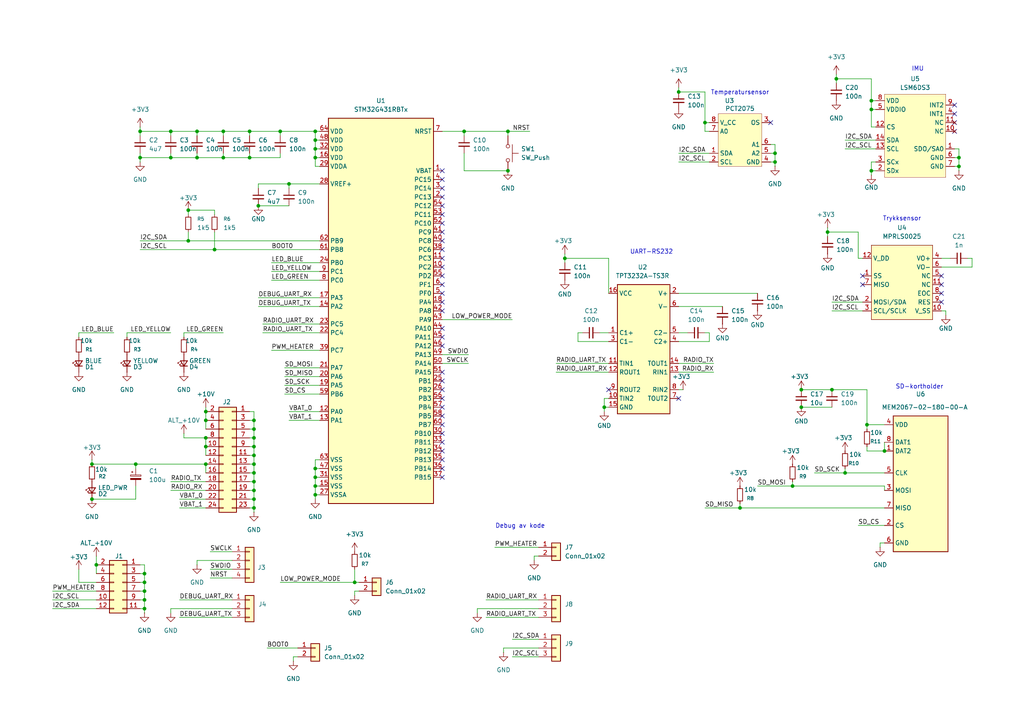
<source format=kicad_sch>
(kicad_sch (version 20250114) (generator "eeschema") (generator_version "9.0")
  (paper "A4")
  (title_block (title "so_26_obc_pcb") (date "2026-01-28") (rev "1") (company "Regine Angermo Birkely"))
  (lib_symbols
    (symbol "Connector_Generic:Conn_01x02" (pin_names (offset 1.016) (hide yes))
      (property "Reference" "J" (at 0 2.54 0))
      (property "Value" "Conn_01x02" (at 0 -5.08 0))
      (symbol "Conn_01x02_1_1"
        (pin passive line (at -5.08 0 0) (length 3.81) (name "Pin_1") (number "1"))
        (pin passive line (at -5.08 -2.54 0) (length 3.81) (name "Pin_2") (number "2"))
      )
    )
    (symbol "Connector_Generic:Conn_01x03" (pin_names (offset 1.016) (hide yes))
      (property "Reference" "J" (at 0 5.08 0))
      (property "Value" "Conn_01x03" (at 0 -5.08 0))
      (symbol "Conn_01x03_1_1"
        (pin passive line (at -5.08 2.54 0) (length 3.81) (name "Pin_1") (number "1"))
        (pin passive line (at -5.08 0 0) (length 3.81) (name "Pin_2") (number "2"))
        (pin passive line (at -5.08 -2.54 0) (length 3.81) (name "Pin_3") (number "3"))
      )
    )
    (symbol "Connector_Generic:Conn_01x04" (pin_names (offset 1.016) (hide yes))
      (property "Reference" "J" (at 0 5.08 0))
      (property "Value" "Conn_01x04" (at 0 -7.62 0))
      (symbol "Conn_01x04_1_1"
        (pin passive line (at -5.08 2.54 0) (length 3.81) (name "Pin_1") (number "1"))
        (pin passive line (at -5.08 0 0) (length 3.81) (name "Pin_2") (number "2"))
        (pin passive line (at -5.08 -2.54 0) (length 3.81) (name "Pin_3") (number "3"))
        (pin passive line (at -5.08 -5.08 0) (length 3.81) (name "Pin_4") (number "4"))
      )
    )
    (symbol "Connector_Generic:Conn_02x06_Odd_Even" (pin_names (offset 1.016) (hide yes))
      (property "Reference" "J" (at 1.27 7.62 0))
      (property "Value" "Conn_02x06_Odd_Even" (at 1.27 -10.16 0))
      (symbol "Conn_02x06_Odd_Even_1_1"
        (pin passive line (at -5.08 5.08 0) (length 3.81) (name "Pin_1") (number "1"))
        (pin passive line (at -5.08 2.54 0) (length 3.81) (name "Pin_3") (number "3"))
        (pin passive line (at -5.08 0 0) (length 3.81) (name "Pin_5") (number "5"))
        (pin passive line (at -5.08 -2.54 0) (length 3.81) (name "Pin_7") (number "7"))
        (pin passive line (at -5.08 -5.08 0) (length 3.81) (name "Pin_9") (number "9"))
        (pin passive line (at -5.08 -7.62 0) (length 3.81) (name "Pin_11") (number "11"))
        (pin passive line (at 7.62 5.08 180) (length 3.81) (name "Pin_2") (number "2"))
        (pin passive line (at 7.62 2.54 180) (length 3.81) (name "Pin_4") (number "4"))
        (pin passive line (at 7.62 0 180) (length 3.81) (name "Pin_6") (number "6"))
        (pin passive line (at 7.62 -2.54 180) (length 3.81) (name "Pin_8") (number "8"))
        (pin passive line (at 7.62 -5.08 180) (length 3.81) (name "Pin_10") (number "10"))
        (pin passive line (at 7.62 -7.62 180) (length 3.81) (name "Pin_12") (number "12"))
      )
    )
    (symbol "Connector_Generic:Conn_02x12_Odd_Even" (pin_names (offset 1.016) (hide yes))
      (property "Reference" "J" (at 1.27 15.24 0))
      (property "Value" "Conn_02x12_Odd_Even" (at 1.27 -17.78 0))
      (symbol "Conn_02x12_Odd_Even_1_1"
        (pin passive line (at -5.08 12.7 0) (length 3.81) (name "Pin_1") (number "1"))
        (pin passive line (at -5.08 10.16 0) (length 3.81) (name "Pin_3") (number "3"))
        (pin passive line (at -5.08 7.62 0) (length 3.81) (name "Pin_5") (number "5"))
        (pin passive line (at -5.08 5.08 0) (length 3.81) (name "Pin_7") (number "7"))
        (pin passive line (at -5.08 2.54 0) (length 3.81) (name "Pin_9") (number "9"))
        (pin passive line (at -5.08 0 0) (length 3.81) (name "Pin_11") (number "11"))
        (pin passive line (at -5.08 -2.54 0) (length 3.81) (name "Pin_13") (number "13"))
        (pin passive line (at -5.08 -5.08 0) (length 3.81) (name "Pin_15") (number "15"))
        (pin passive line (at -5.08 -7.62 0) (length 3.81) (name "Pin_17") (number "17"))
        (pin passive line (at -5.08 -10.16 0) (length 3.81) (name "Pin_19") (number "19"))
        (pin passive line (at -5.08 -12.7 0) (length 3.81) (name "Pin_21") (number "21"))
        (pin passive line (at -5.08 -15.24 0) (length 3.81) (name "Pin_23") (number "23"))
        (pin passive line (at 7.62 12.7 180) (length 3.81) (name "Pin_2") (number "2"))
        (pin passive line (at 7.62 10.16 180) (length 3.81) (name "Pin_4") (number "4"))
        (pin passive line (at 7.62 7.62 180) (length 3.81) (name "Pin_6") (number "6"))
        (pin passive line (at 7.62 5.08 180) (length 3.81) (name "Pin_8") (number "8"))
        (pin passive line (at 7.62 2.54 180) (length 3.81) (name "Pin_10") (number "10"))
        (pin passive line (at 7.62 0 180) (length 3.81) (name "Pin_12") (number "12"))
        (pin passive line (at 7.62 -2.54 180) (length 3.81) (name "Pin_14") (number "14"))
        (pin passive line (at 7.62 -5.08 180) (length 3.81) (name "Pin_16") (number "16"))
        (pin passive line (at 7.62 -7.62 180) (length 3.81) (name "Pin_18") (number "18"))
        (pin passive line (at 7.62 -10.16 180) (length 3.81) (name "Pin_20") (number "20"))
        (pin passive line (at 7.62 -12.7 180) (length 3.81) (name "Pin_22") (number "22"))
        (pin passive line (at 7.62 -15.24 180) (length 3.81) (name "Pin_24") (number "24"))
      )
    )
    (symbol "Device:C_Polarized_Small" (pin_numbers (hide yes)) (pin_names (offset 0.254) (hide yes))
      (property "Reference" "C" (at 0.254 1.778 0))
      (property "Value" "C_Polarized_Small" (at 0.254 -2.032 0))
      (symbol "C_Polarized_Small_1_1"
        (pin passive line (at 0 2.54 270) (length 1.8542) (name "~") (number "1"))
        (pin passive line (at 0 -2.54 90) (length 1.8542) (name "~") (number "2"))
      )
    )
    (symbol "Device:C_Small" (pin_numbers (hide yes)) (pin_names (offset 0.254) (hide yes))
      (property "Reference" "C" (at 0.254 1.778 0))
      (property "Value" "C_Small" (at 0.254 -2.032 0))
      (symbol "C_Small_1_1"
        (pin passive line (at 0 2.54 270) (length 2.032) (name "~") (number "1"))
        (pin passive line (at 0 -2.54 90) (length 2.032) (name "~") (number "2"))
      )
    )
    (symbol "Device:LED_Small" (pin_numbers (hide yes)) (pin_names (offset 0.254) (hide yes))
      (property "Reference" "D" (at -1.27 3.175 0))
      (property "Value" "LED_Small" (at -4.445 -2.54 0))
      (symbol "LED_Small_1_1"
        (pin passive line (at -2.54 0 0) (length 1.778) (name "K") (number "1"))
        (pin passive line (at 2.54 0 180) (length 1.778) (name "A") (number "2"))
      )
    )
    (symbol "Device:R_Small" (pin_numbers (hide yes)) (pin_names (offset 0.254) (hide yes))
      (property "Reference" "R" (at 0 0 90))
      (property "Value" "R_Small" (at 1.778 0 90))
      (symbol "R_Small_1_1"
        (pin passive line (at 0 2.54 270) (length 0.762) (name "~") (number "1"))
        (pin passive line (at 0 -2.54 90) (length 0.762) (name "~") (number "2"))
      )
    )
    (symbol "MCU_ST_STM32G4:STM32G431RBTx"
      (property "Reference" "U1" (at 0 50.8 0))
      (property "Value" "STM32G431RBTx" (at 0 48.26 0))
      (symbol "STM32G431RBTx_1_1"
        (pin power_in line (at -17.78 41.91 0) (length 2.54) (name "VDD") (number "64"))
        (pin power_in line (at -17.78 39.37 0) (length 2.54) (name "VDD") (number "48"))
        (pin power_in line (at -17.78 36.83 0) (length 2.54) (name "VDD") (number "32"))
        (pin power_in line (at -17.78 34.29 0) (length 2.54) (name "VDD") (number "16"))
        (pin power_in line (at -17.78 31.75 0) (length 2.54) (name "VDDA") (number "29"))
        (pin input line (at -17.78 26.67 0) (length 2.54) (name "VREF+") (number "28"))
        (pin bidirectional line (at -17.78 10.16 0) (length 2.54) (name "PB9") (number "62"))
        (pin bidirectional line (at -17.78 7.62 0) (length 2.54) (name "PB8") (number "61"))
        (pin bidirectional line (at -17.78 3.81 0) (length 2.54) (name "PB0") (number "24"))
        (pin bidirectional line (at -17.78 1.27 0) (length 2.54) (name "PC1") (number "9"))
        (pin bidirectional line (at -17.78 -1.27 0) (length 2.54) (name "PC0") (number "8"))
        (pin bidirectional line (at -17.78 -6.35 0) (length 2.54) (name "PA3") (number "17"))
        (pin bidirectional line (at -17.78 -8.89 0) (length 2.54) (name "PA2") (number "14"))
        (pin bidirectional line (at -17.78 -13.97 0) (length 2.54) (name "PC5") (number "23"))
        (pin bidirectional line (at -17.78 -16.51 0) (length 2.54) (name "PC4") (number "22"))
        (pin bidirectional line (at -17.78 -21.59 0) (length 2.54) (name "PC7") (number "39"))
        (pin bidirectional line (at -17.78 -26.67 0) (length 2.54) (name "PA7") (number "21"))
        (pin bidirectional line (at -17.78 -29.21 0) (length 2.54) (name "PA6") (number "20"))
        (pin bidirectional line (at -17.78 -31.75 0) (length 2.54) (name "PA5") (number "19"))
        (pin bidirectional line (at -17.78 -34.29 0) (length 2.54) (name "PB6") (number "59"))
        (pin bidirectional line (at -17.78 -39.37 0) (length 2.54) (name "PA0") (number "12"))
        (pin bidirectional line (at -17.78 -41.91 0) (length 2.54) (name "PA1") (number "13"))
        (pin passive line (at -17.78 -53.34 0) (length 2.54) (name "VSS") (number "63"))
        (pin passive line (at -17.78 -55.88 0) (length 2.54) (name "VSS") (number "47"))
        (pin passive line (at -17.78 -58.42 0) (length 2.54) (name "VSS") (number "31"))
        (pin power_in line (at -17.78 -60.96 0) (length 2.54) (name "VSS") (number "15"))
        (pin power_in line (at -17.78 -63.5 0) (length 2.54) (name "VSSA") (number "27"))
        (pin bidirectional line (at 17.78 41.91 180) (length 2.54) (name "NRST") (number "7"))
        (pin power_in line (at 17.78 30.48 180) (length 2.54) (name "VBAT") (number "1"))
        (pin bidirectional line (at 17.78 27.94 180) (length 2.54) (name "PC15") (number "4"))
        (pin bidirectional line (at 17.78 25.4 180) (length 2.54) (name "PC14") (number "3"))
        (pin bidirectional line (at 17.78 22.86 180) (length 2.54) (name "PC13") (number "2"))
        (pin bidirectional line (at 17.78 20.32 180) (length 2.54) (name "PC12") (number "54"))
        (pin bidirectional line (at 17.78 17.78 180) (length 2.54) (name "PC11") (number "53"))
        (pin bidirectional line (at 17.78 15.24 180) (length 2.54) (name "PC10") (number "52"))
        (pin bidirectional line (at 17.78 12.7 180) (length 2.54) (name "PC9") (number "41"))
        (pin bidirectional line (at 17.78 10.16 180) (length 2.54) (name "PC8") (number "40"))
        (pin bidirectional line (at 17.78 7.62 180) (length 2.54) (name "PC6") (number "38"))
        (pin bidirectional line (at 17.78 5.08 180) (length 2.54) (name "PC3") (number "11"))
        (pin bidirectional line (at 17.78 2.54 180) (length 2.54) (name "PC2") (number "10"))
        (pin bidirectional line (at 17.78 0 180) (length 2.54) (name "PD2") (number "55"))
        (pin bidirectional line (at 17.78 -2.54 180) (length 2.54) (name "PF1") (number "6"))
        (pin bidirectional line (at 17.78 -5.08 180) (length 2.54) (name "PF0") (number "5"))
        (pin bidirectional line (at 17.78 -7.62 180) (length 2.54) (name "PA4") (number "18"))
        (pin bidirectional line (at 17.78 -10.16 180) (length 2.54) (name "PA8") (number "42"))
        (pin bidirectional line (at 17.78 -12.7 180) (length 2.54) (name "PA9") (number "43"))
        (pin bidirectional line (at 17.78 -15.24 180) (length 2.54) (name "PA10") (number "44"))
        (pin bidirectional line (at 17.78 -17.78 180) (length 2.54) (name "PA11") (number "45"))
        (pin bidirectional line (at 17.78 -20.32 180) (length 2.54) (name "PA12") (number "46"))
        (pin bidirectional line (at 17.78 -22.86 180) (length 2.54) (name "PA13") (number "49"))
        (pin bidirectional line (at 17.78 -25.4 180) (length 2.54) (name "PA14") (number "50"))
        (pin bidirectional line (at 17.78 -27.94 180) (length 2.54) (name "PA15") (number "51"))
        (pin bidirectional line (at 17.78 -30.48 180) (length 2.54) (name "PB1") (number "25"))
        (pin bidirectional line (at 17.78 -33.02 180) (length 2.54) (name "PB2") (number "26"))
        (pin bidirectional line (at 17.78 -35.56 180) (length 2.54) (name "PB3") (number "56"))
        (pin bidirectional line (at 17.78 -38.1 180) (length 2.54) (name "PB4") (number "57"))
        (pin bidirectional line (at 17.78 -40.64 180) (length 2.54) (name "PB5") (number "58"))
        (pin bidirectional line (at 17.78 -43.18 180) (length 2.54) (name "PB7") (number "60"))
        (pin bidirectional line (at 17.78 -45.72 180) (length 2.54) (name "PB10") (number "30"))
        (pin bidirectional line (at 17.78 -48.26 180) (length 2.54) (name "PB11") (number "33"))
        (pin bidirectional line (at 17.78 -50.8 180) (length 2.54) (name "PB12") (number "34"))
        (pin bidirectional line (at 17.78 -53.34 180) (length 2.54) (name "PB13") (number "35"))
        (pin bidirectional line (at 17.78 -55.88 180) (length 2.54) (name "PB14") (number "36"))
        (pin bidirectional line (at 17.78 -58.42 180) (length 2.54) (name "PB15") (number "37"))
      )
    )
    (symbol "Switch:SW_Push" (pin_numbers (hide yes)) (pin_names (offset 1.016) (hide yes))
      (property "Reference" "SW" (at 1.27 2.54 0))
      (property "Value" "SW_Push" (at 0 -1.524 0))
      (symbol "SW_Push_0_1"
        (pin passive line (at -5.08 0 0) (length 2.54) (name "1") (number "1"))
        (pin passive line (at 5.08 0 180) (length 2.54) (name "2") (number "2"))
      )
    )
    (symbol "Temp_symbol_library:PCT2075"
      (property "Reference" "U2" (at -5.588 18.288 0))
      (property "Value" "PCT2075" (at -2.54 16.51 0))
      (symbol "PCT2075_1_1"
        (pin power_in line (at -11.43 11.43 0) (length 2.54) (name "V_CC") (number "8"))
        (pin input line (at -11.43 8.89 0) (length 2.54) (name "A0") (number "7"))
        (pin input line (at -11.43 2.54 0) (length 2.54) (name "SDA") (number "1"))
        (pin input line (at -11.43 0 0) (length 2.54) (name "SCL") (number "2"))
        (pin input line (at 6.35 11.43 180) (length 2.54) (name "OS") (number "3"))
        (pin input line (at 6.35 5.08 180) (length 2.54) (name "A1") (number "6"))
        (pin input line (at 6.35 2.54 180) (length 2.54) (name "A2") (number "5"))
        (pin input line (at 6.35 0 180) (length 2.54) (name "GND") (number "4"))
      )
    )
    (symbol "power:+10V" (power) (pin_numbers (hide yes)) (pin_names (offset 0) (hide yes))
      (property "Value" "+10V" (at 0 3.556 0))
      (symbol "+10V_1_1"
        (pin power_in line (at 0 0 90) (length 0) (name "~") (number "1"))
      )
    )
    (symbol "power:+3V3" (power) (pin_numbers (hide yes)) (pin_names (offset 0) (hide yes))
      (property "Value" "+3V3" (at 0 3.556 0))
      (symbol "+3V3_1_1"
        (pin power_in line (at 0 0 90) (length 0) (name "~") (number "1"))
      )
    )
    (symbol "power:GND" (power) (pin_numbers (hide yes)) (pin_names (offset 0) (hide yes))
      (property "Value" "GND" (at 0 -3.81 0))
      (symbol "GND_1_1"
        (pin power_in line (at 0 0 270) (length 0) (name "~") (number "1"))
      )
    )
    (symbol "so_26_obc_library: MPRLS0025PA00002A "
      (property "Reference" "U3" (at 10.16 27.94 0))
      (property "Value" "MPRLS0025" (at 10.16 25.4 0))
      (symbol " MPRLS0025PA00002A _1_0"
        (pin power_in line (at -1.27 19.05 0) (length 2.54) (name "V_DD") (number "12"))
        (pin input line (at -1.27 11.43 0) (length 2.54) (name "MISO") (number "7"))
        (pin input line (at -1.27 6.35 0) (length 2.54) (name "MOSI/SDA") (number "2"))
        (pin input line (at -1.27 3.81 0) (length 2.54) (name "SCL/SCLK") (number "3"))
        (pin output line (at 21.59 19.05 180) (length 2.54) (name "VO+") (number "4"))
        (pin output line (at 21.59 16.51 180) (length 2.54) (name "VO-") (number "6"))
        (pin output line (at 21.59 13.97 180) (length 2.54) (name "NC") (number "5"))
        (pin output line (at 21.59 11.43 180) (length 2.54) (name "NC") (number "11"))
        (pin input line (at 21.59 8.89 180) (length 2.54) (name "EOC") (number "8"))
        (pin output line (at 21.59 6.35 180) (length 2.54) (name "RES") (number "9"))
        (pin output line (at 21.59 3.81 180) (length 2.54) (name "V_SS") (number "10"))
      )
      (symbol " MPRLS0025PA00002A _1_1"
        (pin input line (at -1.27 13.97 0) (length 2.54) (name "SS") (number "1"))
      )
    )
    (symbol "so_26_obc_library:LSM6DS3TR"
      (property "Reference" "U4" (at -3.81 -7.62 0))
      (property "Value" "LSM6DS3" (at -3.81 -10.16 0))
      (symbol "LSM6DS3TR_0_0"
        (pin power_in line (at -15.24 -13.97 0) (length 2.54) (name "VDD") (number "8"))
        (pin power_in line (at -15.24 -16.51 0) (length 2.54) (name "VDDIO") (number "5"))
        (pin input line (at -15.24 -21.59 0) (length 2.54) (name "CS") (number "12"))
        (pin bidirectional line (at -15.24 -25.4 0) (length 2.54) (name "SDA") (number "14"))
        (pin input line (at -15.24 -27.94 0) (length 2.54) (name "SCL") (number "13"))
        (pin input line (at -15.24 -31.75 0) (length 2.54) (name "SCx") (number "3"))
        (pin input line (at -15.24 -34.29 0) (length 2.54) (name "SDx") (number "2"))
        (pin output line (at 7.62 -15.24 180) (length 2.54) (name "INT2") (number "9"))
        (pin output line (at 7.62 -17.78 180) (length 2.54) (name "INT1") (number "4"))
        (pin no_connect line (at 7.62 -20.32 180) (length 2.54) (name "NC") (number "11"))
        (pin no_connect line (at 7.62 -22.86 180) (length 2.54) (name "NC") (number "10"))
        (pin bidirectional line (at 7.62 -27.94 180) (length 2.54) (name "SDO/SA0") (number "1"))
        (pin power_in line (at 7.62 -30.48 180) (length 2.54) (name "GND") (number "6"))
        (pin power_in line (at 7.62 -33.02 180) (length 2.54) (name "GND") (number "7"))
      )
    )
    (symbol "so_26_obc_library:MEM2067-02-180-00-A"
      (property "Reference" "U5" (at -22.5425 33.02 0))
      (property "Value" "MEM2067-02-180-00-A" (at -21.336 29.21 0))
      (symbol "MEM2067-02-180-00-A_1_0"
        (pin input line (at -33.02 24.13 0) (length 2.54) (name "VDD") (number "4"))
        (pin input line (at -33.02 19.05 0) (length 2.54) (name "DAT1") (number "8"))
        (pin input line (at -33.02 10.16 0) (length 2.54) (name "CLK") (number "5"))
        (pin input line (at -33.02 5.08 0) (length 2.54) (name "MOSI") (number "3"))
        (pin input line (at -33.02 0 0) (length 2.54) (name "MISO") (number "7"))
        (pin input line (at -33.02 -5.08 0) (length 2.54) (name "CS") (number "2"))
        (pin input line (at -33.02 -10.16 0) (length 2.54) (name "GND") (number "6"))
      )
      (symbol "MEM2067-02-180-00-A_1_1"
        (pin input line (at -33.02 16.51 0) (length 2.54) (name "DAT2") (number "1"))
      )
    )
    (symbol "so_26_obc_library:TPT3232A-TS3R"
      (property "Reference" "U9" (at 9.8425 99.06 0))
      (property "Value" "~" (at 9.8425 96.52 0))
      (symbol "TPT3232A-TS3R_1_0"
        (pin power_in line (at 0 91.44 0) (length 2.54) (name "VCC") (number "16"))
        (pin input line (at 0 77.47 0) (length 2.54) (name "C1-") (number "3"))
        (pin input line (at 0 71.12 0) (length 2.54) (name "TIN1") (number "11"))
        (pin output line (at 0 68.58 0) (length 2.54) (name "ROUT1") (number "12"))
        (pin output line (at 0 63.5 0) (length 2.54) (name "ROUT2") (number "9"))
        (pin input line (at 0 60.96 0) (length 2.54) (name "TIN2") (number "10"))
        (pin output line (at 0 58.42 0) (length 2.54) (name "GND") (number "15"))
        (pin output line (at 20.32 91.44 180) (length 2.54) (name "V+") (number "2"))
        (pin output line (at 20.32 87.63 180) (length 2.54) (name "V-") (number "6"))
        (pin input line (at 20.32 80.01 180) (length 2.54) (name "C2-") (number "5"))
        (pin input line (at 20.32 77.47 180) (length 2.54) (name "C2+") (number "4"))
        (pin output line (at 20.32 71.12 180) (length 2.54) (name "TOUT1") (number "14"))
        (pin input line (at 20.32 68.58 180) (length 2.54) (name "RIN1") (number "13"))
        (pin input line (at 20.32 63.5 180) (length 2.54) (name "RIN2") (number "8"))
        (pin output line (at 20.32 60.96 180) (length 2.54) (name "TOUT2") (number "7"))
      )
      (symbol "TPT3232A-TS3R_1_1"
        (pin input line (at 0 80.01 0) (length 2.54) (name "C1+") (number "1"))
      )
    )
  )
  (text "Trykksensor" (at 261.62 63.5 0) (effects (font (size 1.27 1.27))))
  (text "Temperatursensor" (at 214.63 26.924 0) (effects (font (size 1.27 1.27))))
  (text "UART-RS232" (at 188.976 73.152 0) (effects (font (size 1.27 1.27))))
  (text "IMU" (at 266.192 20.066 0) (effects (font (size 1.27 1.27))))
  (text "SD-kortholder" (at 266.7 112.268 0) (effects (font (size 1.27 1.27))))
  (text "Debug av kode" (at 150.876 152.654 0) (effects (font (size 1.27 1.27))))
  (junction (at 62.23 72.39))
  (junction (at 27.94 163.83))
  (junction (at 59.69 121.92))
  (junction (at 147.32 49.53))
  (junction (at 41.91 171.45))
  (junction (at 72.39 45.72))
  (junction (at 242.57 22.86))
  (junction (at 59.69 129.54))
  (junction (at 57.15 38.1))
  (junction (at 54.61 69.85))
  (junction (at 73.66 134.62))
  (junction (at 73.66 142.24))
  (junction (at 224.79 44.45))
  (junction (at 40.64 45.72))
  (junction (at 40.64 38.1))
  (junction (at 256.54 130.81))
  (junction (at 204.47 35.56))
  (junction (at 64.77 38.1))
  (junction (at 163.83 74.93))
  (junction (at 81.28 38.1))
  (junction (at 91.44 45.72))
  (junction (at 54.61 60.96))
  (junction (at 26.67 144.78))
  (junction (at 73.66 144.78))
  (junction (at 73.66 121.92))
  (junction (at 278.13 45.72))
  (junction (at 72.39 38.1))
  (junction (at 196.85 26.67))
  (junction (at 91.44 135.89))
  (junction (at 59.69 127))
  (junction (at 91.44 38.1))
  (junction (at 59.69 134.62))
  (junction (at 251.46 123.19))
  (junction (at 49.53 38.1))
  (junction (at 73.66 129.54))
  (junction (at 147.32 38.1))
  (junction (at 240.03 67.31))
  (junction (at 214.63 147.32))
  (junction (at 59.69 119.38))
  (junction (at 41.91 173.99))
  (junction (at 41.91 168.91))
  (junction (at 73.66 132.08))
  (junction (at 73.66 147.32))
  (junction (at 102.87 168.91))
  (junction (at 74.93 59.69))
  (junction (at 73.66 139.7))
  (junction (at 252.73 49.53))
  (junction (at 229.87 140.97))
  (junction (at 73.66 124.46))
  (junction (at 41.91 176.53))
  (junction (at 26.67 134.62))
  (junction (at 245.11 137.16))
  (junction (at 278.13 48.26))
  (junction (at 91.44 140.97))
  (junction (at 73.66 127))
  (junction (at 73.66 137.16))
  (junction (at 232.41 118.11))
  (junction (at 39.37 134.62))
  (junction (at 91.44 43.18))
  (junction (at 134.62 38.1))
  (junction (at 57.15 45.72))
  (junction (at 83.82 53.34))
  (junction (at 224.79 46.99))
  (junction (at 41.91 166.37))
  (junction (at 252.73 31.75))
  (junction (at 175.26 118.11))
  (junction (at 64.77 45.72))
  (junction (at 232.41 113.03))
  (junction (at 91.44 143.51))
  (junction (at 49.53 45.72))
  (junction (at 241.3 113.03))
  (junction (at 252.73 29.21))
  (junction (at 91.44 40.64))
  (junction (at 91.44 138.43))
  (no_connect (at 128.27 87.63))
  (no_connect (at 196.85 115.57))
  (no_connect (at 128.27 72.39))
  (no_connect (at 273.05 82.55))
  (no_connect (at 128.27 59.69))
  (no_connect (at 273.05 85.09))
  (no_connect (at 250.19 80.01))
  (no_connect (at 128.27 123.19))
  (no_connect (at 128.27 120.65))
  (no_connect (at 276.86 33.02))
  (no_connect (at 128.27 125.73))
  (no_connect (at 276.86 35.56))
  (no_connect (at 128.27 82.55))
  (no_connect (at 128.27 107.95))
  (no_connect (at 273.05 87.63))
  (no_connect (at 128.27 138.43))
  (no_connect (at 128.27 52.07))
  (no_connect (at 128.27 118.11))
  (no_connect (at 128.27 69.85))
  (no_connect (at 128.27 110.49))
  (no_connect (at 128.27 74.93))
  (no_connect (at 128.27 77.47))
  (no_connect (at 128.27 62.23))
  (no_connect (at 273.05 80.01))
  (no_connect (at 128.27 49.53))
  (no_connect (at 128.27 115.57))
  (no_connect (at 128.27 113.03))
  (no_connect (at 128.27 95.25))
  (no_connect (at 128.27 67.31))
  (no_connect (at 128.27 80.01))
  (no_connect (at 128.27 130.81))
  (no_connect (at 276.86 38.1))
  (no_connect (at 223.52 35.56))
  (no_connect (at 276.86 30.48))
  (no_connect (at 128.27 57.15))
  (no_connect (at 250.19 82.55))
  (no_connect (at 128.27 85.09))
  (no_connect (at 128.27 64.77))
  (no_connect (at 128.27 90.17))
  (no_connect (at 176.53 113.03))
  (no_connect (at 128.27 135.89))
  (no_connect (at 128.27 133.35))
  (no_connect (at 128.27 97.79))
  (no_connect (at 128.27 100.33))
  (no_connect (at 128.27 128.27))
  (no_connect (at 128.27 54.61))
  (wire (pts (xy 22.86 168.91) (xy 27.94 168.91)))
  (wire (pts (xy 274.32 90.17) (xy 274.32 91.44)))
  (wire (pts (xy 147.32 39.37) (xy 147.32 38.1)))
  (wire (pts (xy 163.83 74.93) (xy 163.83 76.2)))
  (wire (pts (xy 60.96 160.02) (xy 67.31 160.02)))
  (wire (pts (xy 214.63 147.32) (xy 256.54 147.32)))
  (wire (pts (xy 62.23 67.31) (xy 62.23 72.39)))
  (wire (pts (xy 205.74 38.1) (xy 204.47 38.1)))
  (wire (pts (xy 57.15 45.72) (xy 57.15 44.45)))
  (wire (pts (xy 78.74 81.28) (xy 92.71 81.28)))
  (wire (pts (xy 41.91 166.37) (xy 41.91 168.91)))
  (wire (pts (xy 128.27 38.1) (xy 134.62 38.1)))
  (wire (pts (xy 72.39 147.32) (xy 73.66 147.32)))
  (wire (pts (xy 76.2 96.52) (xy 92.71 96.52)))
  (wire (pts (xy 102.87 171.45) (xy 104.14 171.45)))
  (wire (pts (xy 176.53 74.93) (xy 176.53 85.09)))
  (wire (pts (xy 60.96 167.64) (xy 67.31 167.64)))
  (wire (pts (xy 40.64 176.53) (xy 41.91 176.53)))
  (wire (pts (xy 281.94 74.93) (xy 280.67 74.93)))
  (wire (pts (xy 204.47 35.56) (xy 204.47 38.1)))
  (wire (pts (xy 273.05 90.17) (xy 274.32 90.17)))
  (wire (pts (xy 138.43 177.8) (xy 138.43 176.53)))
  (wire (pts (xy 276.86 45.72) (xy 278.13 45.72)))
  (wire (pts (xy 41.91 168.91) (xy 41.91 171.45)))
  (wire (pts (xy 196.85 26.67) (xy 204.47 26.67)))
  (wire (pts (xy 196.85 113.03) (xy 198.12 113.03)))
  (wire (pts (xy 72.39 134.62) (xy 73.66 134.62)))
  (wire (pts (xy 40.64 69.85) (xy 54.61 69.85)))
  (wire (pts (xy 54.61 69.85) (xy 92.71 69.85)))
  (wire (pts (xy 91.44 45.72) (xy 92.71 45.72)))
  (wire (pts (xy 128.27 92.71) (xy 148.59 92.71)))
  (wire (pts (xy 74.93 59.69) (xy 83.82 59.69)))
  (wire (pts (xy 72.39 139.7) (xy 73.66 139.7)))
  (wire (pts (xy 102.87 168.91) (xy 104.14 168.91)))
  (wire (pts (xy 85.09 191.77) (xy 85.09 190.5)))
  (wire (pts (xy 73.66 119.38) (xy 73.66 121.92)))
  (wire (pts (xy 273.05 74.93) (xy 275.59 74.93)))
  (wire (pts (xy 72.39 119.38) (xy 73.66 119.38)))
  (wire (pts (xy 53.34 125.73) (xy 53.34 127)))
  (wire (pts (xy 27.94 163.83) (xy 27.94 166.37)))
  (wire (pts (xy 140.97 179.07) (xy 156.21 179.07)))
  (wire (pts (xy 236.22 137.16) (xy 245.11 137.16)))
  (wire (pts (xy 248.92 152.4) (xy 256.54 152.4)))
  (wire (pts (xy 52.07 173.99) (xy 67.31 173.99)))
  (wire (pts (xy 241.3 113.03) (xy 251.46 113.03)))
  (wire (pts (xy 196.85 25.4) (xy 196.85 26.67)))
  (wire (pts (xy 196.85 85.09) (xy 219.71 85.09)))
  (wire (pts (xy 52.07 147.32) (xy 59.69 147.32)))
  (wire (pts (xy 57.15 162.56) (xy 67.31 162.56)))
  (wire (pts (xy 81.28 45.72) (xy 72.39 45.72)))
  (wire (pts (xy 53.34 127) (xy 59.69 127)))
  (wire (pts (xy 83.82 54.61) (xy 83.82 53.34)))
  (wire (pts (xy 59.69 119.38) (xy 59.69 121.92)))
  (wire (pts (xy 62.23 72.39) (xy 92.71 72.39)))
  (wire (pts (xy 39.37 134.62) (xy 59.69 134.62)))
  (wire (pts (xy 91.44 133.35) (xy 91.44 135.89)))
  (wire (pts (xy 251.46 124.46) (xy 251.46 123.19)))
  (wire (pts (xy 153.67 38.1) (xy 147.32 38.1)))
  (wire (pts (xy 49.53 139.7) (xy 59.69 139.7)))
  (wire (pts (xy 134.62 39.37) (xy 134.62 38.1)))
  (wire (pts (xy 91.44 143.51) (xy 92.71 143.51)))
  (wire (pts (xy 59.69 118.11) (xy 59.69 119.38)))
  (wire (pts (xy 53.34 96.52) (xy 53.34 97.79)))
  (wire (pts (xy 251.46 130.81) (xy 251.46 129.54)))
  (wire (pts (xy 251.46 130.81) (xy 256.54 130.81)))
  (wire (pts (xy 252.73 29.21) (xy 254 29.21)))
  (wire (pts (xy 40.64 168.91) (xy 41.91 168.91)))
  (wire (pts (xy 91.44 45.72) (xy 91.44 48.26)))
  (wire (pts (xy 196.85 96.52) (xy 199.39 96.52)))
  (wire (pts (xy 40.64 163.83) (xy 41.91 163.83)))
  (wire (pts (xy 49.53 45.72) (xy 49.53 44.45)))
  (wire (pts (xy 49.53 45.72) (xy 57.15 45.72)))
  (wire (pts (xy 148.59 185.42) (xy 156.21 185.42)))
  (wire (pts (xy 175.26 115.57) (xy 175.26 118.11)))
  (wire (pts (xy 281.94 77.47) (xy 281.94 74.93)))
  (wire (pts (xy 148.59 190.5) (xy 156.21 190.5)))
  (wire (pts (xy 72.39 132.08) (xy 73.66 132.08)))
  (wire (pts (xy 72.39 142.24) (xy 73.66 142.24)))
  (wire (pts (xy 232.41 113.03) (xy 241.3 113.03)))
  (wire (pts (xy 40.64 173.99) (xy 41.91 173.99)))
  (wire (pts (xy 256.54 128.27) (xy 256.54 130.81)))
  (wire (pts (xy 26.67 144.78) (xy 39.37 144.78)))
  (wire (pts (xy 59.69 127) (xy 59.69 129.54)))
  (wire (pts (xy 64.77 38.1) (xy 72.39 38.1)))
  (wire (pts (xy 15.24 171.45) (xy 27.94 171.45)))
  (wire (pts (xy 49.53 177.8) (xy 49.53 176.53)))
  (wire (pts (xy 52.07 179.07) (xy 67.31 179.07)))
  (wire (pts (xy 241.3 87.63) (xy 250.19 87.63)))
  (wire (pts (xy 229.87 140.97) (xy 256.54 140.97)))
  (wire (pts (xy 27.94 161.29) (xy 27.94 163.83)))
  (wire (pts (xy 176.53 115.57) (xy 175.26 115.57)))
  (wire (pts (xy 73.66 127) (xy 73.66 129.54)))
  (wire (pts (xy 74.93 88.9) (xy 92.71 88.9)))
  (wire (pts (xy 91.44 138.43) (xy 91.44 140.97)))
  (wire (pts (xy 64.77 96.52) (xy 53.34 96.52)))
  (wire (pts (xy 82.55 111.76) (xy 92.71 111.76)))
  (wire (pts (xy 78.74 101.6) (xy 92.71 101.6)))
  (wire (pts (xy 73.66 121.92) (xy 73.66 124.46)))
  (wire (pts (xy 241.3 90.17) (xy 250.19 90.17)))
  (wire (pts (xy 49.53 39.37) (xy 49.53 38.1)))
  (wire (pts (xy 72.39 127) (xy 73.66 127)))
  (wire (pts (xy 72.39 144.78) (xy 73.66 144.78)))
  (wire (pts (xy 229.87 139.7) (xy 229.87 140.97)))
  (wire (pts (xy 81.28 38.1) (xy 91.44 38.1)))
  (wire (pts (xy 73.66 147.32) (xy 73.66 148.59)))
  (wire (pts (xy 91.44 144.78) (xy 91.44 143.51)))
  (wire (pts (xy 167.64 96.52) (xy 168.91 96.52)))
  (wire (pts (xy 41.91 173.99) (xy 41.91 176.53)))
  (wire (pts (xy 204.47 147.32) (xy 214.63 147.32)))
  (wire (pts (xy 36.83 96.52) (xy 36.83 97.79)))
  (wire (pts (xy 49.53 96.52) (xy 36.83 96.52)))
  (wire (pts (xy 40.64 72.39) (xy 62.23 72.39)))
  (wire (pts (xy 40.64 46.99) (xy 40.64 45.72)))
  (wire (pts (xy 78.74 78.74) (xy 92.71 78.74)))
  (wire (pts (xy 205.74 96.52) (xy 204.47 96.52)))
  (wire (pts (xy 49.53 38.1) (xy 57.15 38.1)))
  (wire (pts (xy 140.97 173.99) (xy 156.21 173.99)))
  (wire (pts (xy 91.44 135.89) (xy 91.44 138.43)))
  (wire (pts (xy 74.93 86.36) (xy 92.71 86.36)))
  (wire (pts (xy 248.92 67.31) (xy 248.92 74.93)))
  (wire (pts (xy 134.62 49.53) (xy 147.32 49.53)))
  (wire (pts (xy 163.83 74.93) (xy 176.53 74.93)))
  (wire (pts (xy 276.86 43.18) (xy 278.13 43.18)))
  (wire (pts (xy 252.73 50.8) (xy 252.73 49.53)))
  (wire (pts (xy 91.44 138.43) (xy 92.71 138.43)))
  (wire (pts (xy 146.05 187.96) (xy 156.21 187.96)))
  (wire (pts (xy 77.47 187.96) (xy 86.36 187.96)))
  (wire (pts (xy 248.92 74.93) (xy 250.19 74.93)))
  (wire (pts (xy 57.15 45.72) (xy 64.77 45.72)))
  (wire (pts (xy 40.64 38.1) (xy 49.53 38.1)))
  (wire (pts (xy 245.11 43.18) (xy 254 43.18)))
  (wire (pts (xy 196.85 107.95) (xy 207.01 107.95)))
  (wire (pts (xy 15.24 176.53) (xy 27.94 176.53)))
  (wire (pts (xy 223.52 44.45) (xy 224.79 44.45)))
  (wire (pts (xy 72.39 38.1) (xy 81.28 38.1)))
  (wire (pts (xy 81.28 168.91) (xy 102.87 168.91)))
  (wire (pts (xy 224.79 44.45) (xy 224.79 46.99)))
  (wire (pts (xy 134.62 38.1) (xy 147.32 38.1)))
  (wire (pts (xy 41.91 171.45) (xy 41.91 173.99)))
  (wire (pts (xy 254 46.99) (xy 252.73 46.99)))
  (wire (pts (xy 205.74 35.56) (xy 204.47 35.56)))
  (wire (pts (xy 33.02 96.52) (xy 22.86 96.52)))
  (wire (pts (xy 196.85 105.41) (xy 207.01 105.41)))
  (wire (pts (xy 167.64 96.52) (xy 167.64 99.06)))
  (wire (pts (xy 161.29 107.95) (xy 176.53 107.95)))
  (wire (pts (xy 40.64 166.37) (xy 41.91 166.37)))
  (wire (pts (xy 72.39 39.37) (xy 72.39 38.1)))
  (wire (pts (xy 81.28 39.37) (xy 81.28 38.1)))
  (wire (pts (xy 73.66 129.54) (xy 73.66 132.08)))
  (wire (pts (xy 74.93 53.34) (xy 83.82 53.34)))
  (wire (pts (xy 251.46 123.19) (xy 256.54 123.19)))
  (wire (pts (xy 240.03 67.31) (xy 248.92 67.31)))
  (wire (pts (xy 255.27 158.75) (xy 255.27 157.48)))
  (wire (pts (xy 73.66 139.7) (xy 73.66 142.24)))
  (wire (pts (xy 64.77 39.37) (xy 64.77 38.1)))
  (wire (pts (xy 175.26 118.11) (xy 176.53 118.11)))
  (wire (pts (xy 251.46 113.03) (xy 251.46 123.19)))
  (wire (pts (xy 196.85 88.9) (xy 209.55 88.9)))
  (wire (pts (xy 15.24 173.99) (xy 27.94 173.99)))
  (wire (pts (xy 278.13 45.72) (xy 278.13 48.26)))
  (wire (pts (xy 232.41 118.11) (xy 241.3 118.11)))
  (wire (pts (xy 54.61 60.96) (xy 62.23 60.96)))
  (wire (pts (xy 205.74 99.06) (xy 205.74 96.52)))
  (wire (pts (xy 219.71 140.97) (xy 229.87 140.97)))
  (wire (pts (xy 72.39 124.46) (xy 73.66 124.46)))
  (wire (pts (xy 223.52 46.99) (xy 224.79 46.99)))
  (wire (pts (xy 39.37 144.78) (xy 39.37 140.97)))
  (wire (pts (xy 49.53 176.53) (xy 67.31 176.53)))
  (wire (pts (xy 91.44 48.26) (xy 92.71 48.26)))
  (wire (pts (xy 57.15 38.1) (xy 64.77 38.1)))
  (wire (pts (xy 91.44 38.1) (xy 92.71 38.1)))
  (wire (pts (xy 143.51 158.75) (xy 156.21 158.75)))
  (wire (pts (xy 26.67 133.35) (xy 26.67 134.62)))
  (wire (pts (xy 163.83 73.66) (xy 163.83 74.93)))
  (wire (pts (xy 22.86 165.1) (xy 22.86 168.91)))
  (wire (pts (xy 255.27 157.48) (xy 256.54 157.48)))
  (wire (pts (xy 252.73 29.21) (xy 252.73 22.86)))
  (wire (pts (xy 40.64 39.37) (xy 40.64 38.1)))
  (wire (pts (xy 276.86 48.26) (xy 278.13 48.26)))
  (wire (pts (xy 76.2 93.98) (xy 92.71 93.98)))
  (wire (pts (xy 40.64 36.83) (xy 40.64 38.1)))
  (wire (pts (xy 39.37 135.89) (xy 39.37 134.62)))
  (wire (pts (xy 196.85 99.06) (xy 205.74 99.06)))
  (wire (pts (xy 128.27 102.87) (xy 135.89 102.87)))
  (wire (pts (xy 128.27 105.41) (xy 135.89 105.41)))
  (wire (pts (xy 146.05 189.23) (xy 146.05 187.96)))
  (wire (pts (xy 252.73 49.53) (xy 254 49.53)))
  (wire (pts (xy 278.13 48.26) (xy 278.13 49.53)))
  (wire (pts (xy 224.79 41.91) (xy 224.79 44.45)))
  (wire (pts (xy 134.62 44.45) (xy 134.62 49.53)))
  (wire (pts (xy 204.47 26.67) (xy 204.47 35.56)))
  (wire (pts (xy 78.74 76.2) (xy 92.71 76.2)))
  (wire (pts (xy 49.53 142.24) (xy 59.69 142.24)))
  (wire (pts (xy 242.57 22.86) (xy 252.73 22.86)))
  (wire (pts (xy 81.28 44.45) (xy 81.28 45.72)))
  (wire (pts (xy 242.57 24.13) (xy 242.57 22.86)))
  (wire (pts (xy 73.66 144.78) (xy 73.66 147.32)))
  (wire (pts (xy 83.82 53.34) (xy 92.71 53.34)))
  (wire (pts (xy 73.66 137.16) (xy 73.66 139.7)))
  (wire (pts (xy 91.44 43.18) (xy 91.44 45.72)))
  (wire (pts (xy 154.94 161.29) (xy 156.21 161.29)))
  (wire (pts (xy 256.54 140.97) (xy 256.54 142.24)))
  (wire (pts (xy 175.26 119.38) (xy 175.26 118.11)))
  (wire (pts (xy 252.73 36.83) (xy 252.73 31.75)))
  (wire (pts (xy 91.44 40.64) (xy 92.71 40.64)))
  (wire (pts (xy 40.64 45.72) (xy 49.53 45.72)))
  (wire (pts (xy 240.03 68.58) (xy 240.03 67.31)))
  (wire (pts (xy 242.57 22.86) (xy 242.57 21.59)))
  (wire (pts (xy 223.52 41.91) (xy 224.79 41.91)))
  (wire (pts (xy 92.71 133.35) (xy 91.44 133.35)))
  (wire (pts (xy 167.64 99.06) (xy 176.53 99.06)))
  (wire (pts (xy 57.15 163.83) (xy 57.15 162.56)))
  (wire (pts (xy 40.64 171.45) (xy 41.91 171.45)))
  (wire (pts (xy 196.85 46.99) (xy 205.74 46.99)))
  (wire (pts (xy 273.05 77.47) (xy 281.94 77.47)))
  (wire (pts (xy 161.29 105.41) (xy 176.53 105.41)))
  (wire (pts (xy 91.44 140.97) (xy 92.71 140.97)))
  (wire (pts (xy 91.44 40.64) (xy 91.44 43.18)))
  (wire (pts (xy 173.99 96.52) (xy 176.53 96.52)))
  (wire (pts (xy 74.93 53.34) (xy 74.93 54.61)))
  (wire (pts (xy 102.87 172.72) (xy 102.87 171.45)))
  (wire (pts (xy 73.66 142.24) (xy 73.66 144.78)))
  (wire (pts (xy 59.69 134.62) (xy 59.69 137.16)))
  (wire (pts (xy 41.91 163.83) (xy 41.91 166.37)))
  (wire (pts (xy 40.64 45.72) (xy 40.64 44.45)))
  (wire (pts (xy 83.82 121.92) (xy 92.71 121.92)))
  (wire (pts (xy 154.94 162.56) (xy 154.94 161.29)))
  (wire (pts (xy 41.91 176.53) (xy 41.91 177.8)))
  (wire (pts (xy 72.39 121.92) (xy 73.66 121.92)))
  (wire (pts (xy 82.55 114.3) (xy 92.71 114.3)))
  (wire (pts (xy 196.85 44.45) (xy 205.74 44.45)))
  (wire (pts (xy 73.66 134.62) (xy 73.66 137.16)))
  (wire (pts (xy 54.61 67.31) (xy 54.61 69.85)))
  (wire (pts (xy 224.79 46.99) (xy 224.79 48.26)))
  (wire (pts (xy 240.03 67.31) (xy 240.03 66.04)))
  (wire (pts (xy 254 31.75) (xy 252.73 31.75)))
  (wire (pts (xy 91.44 135.89) (xy 92.71 135.89)))
  (wire (pts (xy 72.39 45.72) (xy 72.39 44.45)))
  (wire (pts (xy 64.77 45.72) (xy 72.39 45.72)))
  (wire (pts (xy 82.55 109.22) (xy 92.71 109.22)))
  (wire (pts (xy 82.55 106.68) (xy 92.71 106.68)))
  (wire (pts (xy 91.44 38.1) (xy 91.44 40.64)))
  (wire (pts (xy 52.07 144.78) (xy 59.69 144.78)))
  (wire (pts (xy 278.13 43.18) (xy 278.13 45.72)))
  (wire (pts (xy 54.61 60.96) (xy 54.61 62.23)))
  (wire (pts (xy 22.86 96.52) (xy 22.86 97.79)))
  (wire (pts (xy 64.77 45.72) (xy 64.77 44.45)))
  (wire (pts (xy 91.44 43.18) (xy 92.71 43.18)))
  (wire (pts (xy 62.23 62.23) (xy 62.23 60.96)))
  (wire (pts (xy 59.69 121.92) (xy 59.69 124.46)))
  (wire (pts (xy 245.11 135.89) (xy 245.11 137.16)))
  (wire (pts (xy 73.66 124.46) (xy 73.66 127)))
  (wire (pts (xy 59.69 129.54) (xy 59.69 132.08)))
  (wire (pts (xy 83.82 119.38) (xy 92.71 119.38)))
  (wire (pts (xy 138.43 176.53) (xy 156.21 176.53)))
  (wire (pts (xy 252.73 29.21) (xy 252.73 31.75)))
  (wire (pts (xy 245.11 137.16) (xy 256.54 137.16)))
  (wire (pts (xy 57.15 39.37) (xy 57.15 38.1)))
  (wire (pts (xy 102.87 165.1) (xy 102.87 168.91)))
  (wire (pts (xy 72.39 137.16) (xy 73.66 137.16)))
  (wire (pts (xy 91.44 143.51) (xy 91.44 140.97)))
  (wire (pts (xy 214.63 146.05) (xy 214.63 147.32)))
  (wire (pts (xy 60.96 165.1) (xy 67.31 165.1)))
  (wire (pts (xy 26.67 134.62) (xy 39.37 134.62)))
  (wire (pts (xy 73.66 132.08) (xy 73.66 134.62)))
  (wire (pts (xy 252.73 46.99) (xy 252.73 49.53)))
  (wire (pts (xy 254 36.83) (xy 252.73 36.83)))
  (wire (pts (xy 245.11 40.64) (xy 254 40.64)))
  (wire (pts (xy 85.09 190.5) (xy 86.36 190.5)))
  (wire (pts (xy 72.39 129.54) (xy 73.66 129.54)))
  (label "RADIO_TX" (at 207.01 105.41 180))
  (label "I2C_SCL" (at 196.85 46.99 0))
  (label "I2C_SCL" (at 40.64 72.39 0))
  (label "I2C_SCL" (at 245.11 43.18 0))
  (label "SD_SCK" (at 236.22 137.16 0))
  (label "RADIO_UART_RX" (at 140.97 173.99 0))
  (label "NRST" (at 153.67 38.1 180))
  (label "PWM_HEATER" (at 143.51 158.75 0))
  (label "RADIO_UART_RX" (at 76.2 93.98 0))
  (label "I2C_SDA" (at 40.64 69.85 0))
  (label "LOW_POWER_MODE" (at 81.28 168.91 0))
  (label "DEBUG_UART_RX" (at 52.07 173.99 0))
  (label "SD_CS" (at 248.92 152.4 0))
  (label "SWDIO" (at 60.96 165.1 0))
  (label "I2C_SCL" (at 15.24 173.99 0))
  (label "LED_YELLOW" (at 78.74 78.74 0))
  (label "I2C_SDA" (at 15.24 176.53 0))
  (label "NRST" (at 60.96 167.64 0))
  (label "VBAT_1" (at 83.82 121.92 0))
  (label "LED_BLUE" (at 78.74 76.2 0))
  (label "RADIO_UART_TX" (at 140.97 179.07 0))
  (label "LOW_POWER_MODE" (at 148.59 92.71 180))
  (label "I2C_SDA" (at 148.59 185.42 0))
  (label "PWM_HEATER" (at 15.24 171.45 0))
  (label "I2C_SCL" (at 241.3 90.17 0))
  (label "RADIO_UART_TX" (at 161.29 105.41 0))
  (label "SD_MISO" (at 204.47 147.32 0))
  (label "SWCLK" (at 135.89 105.41 180))
  (label "SD_MISO" (at 82.55 109.22 0))
  (label "RADIO_TX" (at 49.53 139.7 0))
  (label "LED_BLUE" (at 33.02 96.52 180))
  (label "BOOT0" (at 78.74 72.39 0))
  (label "BOOT0" (at 77.47 187.96 0))
  (label "VBAT_0" (at 52.07 144.78 0))
  (label "I2C_SCL" (at 148.59 190.5 0))
  (label "I2C_SDA" (at 245.11 40.64 0))
  (label "I2C_SDA" (at 196.85 44.45 0))
  (label "VBAT_1" (at 52.07 147.32 0))
  (label "DEBUG_UART_RX" (at 74.93 86.36 0))
  (label "PWM_HEATER" (at 78.74 101.6 0))
  (label "SWDIO" (at 135.89 102.87 180))
  (label "I2C_SDA" (at 241.3 87.63 0))
  (label "DEBUG_UART_TX" (at 74.93 88.9 0))
  (label "SWCLK" (at 60.96 160.02 0))
  (label "RADIO_UART_RX" (at 161.29 107.95 0))
  (label "LED_YELLOW" (at 49.53 96.52 180))
  (label "VBAT_0" (at 83.82 119.38 0))
  (label "SD_CS" (at 82.55 114.3 0))
  (label "LED_GREEN" (at 78.74 81.28 0))
  (label "LED_GREEN" (at 64.77 96.52 180))
  (label "RADIO_UART_TX" (at 76.2 96.52 0))
  (label "DEBUG_UART_TX" (at 52.07 179.07 0))
  (label "RADIO_RX" (at 207.01 107.95 180))
  (label "SD_MOSI" (at 219.71 140.97 0))
  (label "RADIO_RX" (at 49.53 142.24 0))
  (label "SD_SCK" (at 82.55 111.76 0))
  (label "SD_MOSI" (at 82.55 106.68 0))
  (symbol (lib_id "power:+3V3") (at 196.85 25.4 0) (unit 1)
    (property "Reference" "#PWR029" (effects (hide yes)))
    (property "Value" "+3V3" (at 196.85 20.32 0))
    (property "Description" "Power symbol creates a global label with name \"+3V3\"" (effects (hide yes)))
  )
  (symbol (lib_id "power:+10V") (at 59.69 118.11 0) (unit 1)
    (property "Reference" "#PWR015" (effects (hide yes)))
    (property "Value" "+10V" (at 59.69 114.3 0))
    (property "Description" "Power symbol creates a global label with name \"+10V\"" (effects (hide yes)))
  )
  (symbol (lib_id "Device:R_Small") (at 102.87 162.56 180) (unit 1)
    (property "Reference" "R7" (at 106.934 163.576 0) (effects (font (size 1.016 1.016)) (justify left)))
    (property "Value" "10k" (at 107.696 161.036 0) (effects (justify left)))
    (property "Footprint" "Resistor_SMD:R_0805_2012Metric_Pad1.20x1.40mm_HandSolder" (effects (hide yes)))
    (property "Description" "Resistor, small symbol" (effects (hide yes)))
  )
  (symbol (lib_id "power:GND") (at 196.85 31.75 0) (unit 1)
    (property "Reference" "#PWR030" (effects (hide yes)))
    (property "Value" "GND" (at 196.85 36.83 0))
    (property "Description" "Power symbol creates a global label with name \"GND\" , ground" (effects (hide yes)))
  )
  (symbol (lib_id "power:+3V3") (at 163.83 73.66 0) (unit 1)
    (property "Reference" "#PWR026" (effects (hide yes)))
    (property "Value" "+3V3" (at 163.322 69.85 0))
    (property "Description" "Power symbol creates a global label with name \"+3V3\"" (effects (hide yes)))
  )
  (symbol (lib_id "Connector_Generic:Conn_01x02") (at 161.29 158.75 0) (unit 1)
    (property "Reference" "J7" (at 163.83 158.7499 0) (effects (justify left)))
    (property "Value" "Conn_01x02" (at 163.83 161.2899 0) (effects (justify left)))
    (property "Footprint" "Connector_PinSocket_2.54mm:PinSocket_1x02_P2.54mm_Vertical" (effects (hide yes)))
    (property "Description" "Generic connector, single row, 01x02, script generated (kicad-library-utils/schlib/autogen/connector/)" (effects (hide yes)))
  )
  (symbol (lib_id "Connector_Generic:Conn_02x06_Odd_Even") (at 35.56 168.91 0) (mirror y) (unit 1)
    (property "Reference" "J1" (at 34.544 161.29 0))
    (property "Value" "Conn_02x06_Odd_Even" (effects (hide yes)))
    (property "Footprint" "Connector_PinSocket_2.54mm:PinSocket_2x06_P2.54mm_Vertical" (effects (hide yes)))
    (property "Description" "Generic connector, double row, 02x06, odd/even pin numbering scheme (row 1 odd numbers, row 2 even numbers), script generated (kicad-library-utils/schlib/autogen/connector/)" (effects (hide yes)))
  )
  (symbol (lib_id "Device:R_Small") (at 229.87 137.16 180) (unit 1)
    (property "Reference" "R9" (at 233.934 138.176 0) (effects (font (size 1.016 1.016)) (justify left)))
    (property "Value" "10k" (at 234.696 135.636 0) (effects (justify left)))
    (property "Footprint" "Resistor_SMD:R_0805_2012Metric_Pad1.20x1.40mm_HandSolder" (effects (hide yes)))
    (property "Description" "Resistor, small symbol" (effects (hide yes)))
  )
  (symbol (lib_id "Device:C_Small") (at 134.62 41.91 0) (unit 1)
    (property "Reference" "C10" (at 137.16 40.6462 0) (effects (justify left)))
    (property "Value" "100n" (at 137.16 43.1862 0) (effects (justify left)))
    (property "Footprint" "Capacitor_SMD:C_0805_2012Metric_Pad1.18x1.45mm_HandSolder" (effects (hide yes)))
    (property "Description" "Unpolarized capacitor, small symbol" (effects (hide yes)))
  )
  (symbol (lib_id "power:GND") (at 102.87 172.72 0) (unit 1)
    (property "Reference" "#PWR021" (effects (hide yes)))
    (property "Value" "GND" (at 102.87 177.8 0))
    (property "Description" "Power symbol creates a global label with name \"GND\" , ground" (effects (hide yes)))
  )
  (symbol (lib_id "Connector_Generic:Conn_01x02") (at 91.44 187.96 0) (unit 1)
    (property "Reference" "J5" (at 93.98 187.9599 0) (effects (justify left)))
    (property "Value" "Conn_01x02" (at 93.98 190.4999 0) (effects (justify left)))
    (property "Footprint" "Connector_PinSocket_2.54mm:PinSocket_1x02_P2.54mm_Vertical" (effects (hide yes)))
    (property "Description" "Generic connector, single row, 01x02, script generated (kicad-library-utils/schlib/autogen/connector/)" (effects (hide yes)))
  )
  (symbol (lib_id "so_26_obc_library:LSM6DS3TR") (at 269.24 15.24 0) (unit 1)
    (property "Reference" "U5" (at 265.43 22.86 0))
    (property "Value" "LSM6DS3" (at 265.43 25.4 0))
    (property "Footprint" "Package_LGA:LGA-14_3x2.5mm_P0.5mm_LayoutBorder3x4y" (effects (hide yes)))
    (property "Datasheet" "https://www.lcsc.com/datasheet/C95230.pdf" (effects (hide yes)))
  )
  (symbol (lib_id "Device:C_Small") (at 232.41 115.57 0) (unit 1)
    (property "Reference" "C17" (at 234.95 114.3062 0) (effects (justify left)))
    (property "Value" "10u" (at 234.95 116.8462 0) (effects (justify left)))
    (property "Footprint" "Capacitor_SMD:C_1206_3216Metric_Pad1.33x1.80mm_HandSolder" (effects (hide yes)))
    (property "Description" "Unpolarized capacitor, small symbol" (effects (hide yes)))
  )
  (symbol (lib_id "MCU_ST_STM32G4:STM32G431RBTx") (at 110.49 80.01 0) (unit 1)
    (property "Reference" "U1" (at 110.49 29.21 0))
    (property "Value" "STM32G431RBTx" (at 110.49 31.75 0))
    (property "Footprint" "Package_QFP:LQFP-64_10x10mm_P0.5mm" (effects (hide yes)))
    (property "Datasheet" "https://www.st.com/resource/en/datasheet/stm32g431rb.pdf" (effects (hide yes)))
    (property "Description" "STMicroelectronics Arm Cortex-M4 MCU, 128KB flash, 32KB RAM, 170 MHz, 1.71-3.6V, 52 GPIO, LQFP64" (effects (hide yes)))
  )
  (symbol (lib_id "power:GND") (at 22.86 107.95 0) (unit 1)
    (property "Reference" "#PWR01" (effects (hide yes)))
    (property "Value" "GND" (at 22.86 113.03 0))
    (property "Description" "Power symbol creates a global label with name \"GND\" , ground" (effects (hide yes)))
  )
  (symbol (lib_id "power:GND") (at 138.43 177.8 0) (unit 1)
    (property "Reference" "#PWR022" (effects (hide yes)))
    (property "Value" "GND" (at 138.43 182.88 0))
    (property "Description" "Power symbol creates a global label with name \"GND\" , ground" (effects (hide yes)))
  )
  (symbol (lib_id "power:GND") (at 57.15 163.83 0) (unit 1)
    (property "Reference" "#PWR014" (effects (hide yes)))
    (property "Value" "GND" (at 57.15 168.91 0))
    (property "Description" "Power symbol creates a global label with name \"GND\" , ground" (effects (hide yes)))
  )
  (symbol (lib_id "power:GND") (at 53.34 107.95 0) (unit 1)
    (property "Reference" "#PWR011" (effects (hide yes)))
    (property "Value" "GND" (at 53.34 113.03 0))
    (property "Description" "Power symbol creates a global label with name \"GND\" , ground" (effects (hide yes)))
  )
  (symbol (lib_id "Device:LED_Small") (at 26.67 142.24 90) (unit 1)
    (property "Reference" "D2" (at 28.448 143.256 90) (effects (justify right)))
    (property "Value" "LED_PWR" (at 28.448 141.478 90) (effects (justify right)))
    (property "Footprint" "LED_SMD:LED_0805_2012Metric_Pad1.15x1.40mm_HandSolder" (effects (hide yes)))
    (property "Description" "Light emitting diode, small symbol" (effects (hide yes)))
    (property "Sim.Pin" "1=K 2=A" (effects (hide yes)))
  )
  (symbol (lib_id "Device:C_Small") (at 241.3 115.57 0) (unit 1)
    (property "Reference" "C19" (at 243.84 114.3062 0) (effects (justify left)))
    (property "Value" "100n" (at 243.84 116.8462 0) (effects (justify left)))
    (property "Footprint" "Capacitor_SMD:C_0805_2012Metric_Pad1.18x1.45mm_HandSolder" (effects (hide yes)))
    (property "Description" "Unpolarized capacitor, small symbol" (effects (hide yes)))
  )
  (symbol (lib_id "power:+3V3") (at 229.87 134.62 0) (unit 1)
    (property "Reference" "#PWR036" (effects (hide yes)))
    (property "Value" "+3V3" (at 229.362 130.81 0))
    (property "Description" "Power symbol creates a global label with name \"+3V3\"" (effects (hide yes)))
  )
  (symbol (lib_id "power:+10V") (at 53.34 125.73 0) (unit 1)
    (property "Reference" "#PWR012" (effects (hide yes)))
    (property "Value" "ALT_+10V" (at 53.34 121.92 0))
    (property "Description" "Power symbol creates a global label with name \"+10V\"" (effects (hide yes)))
  )
  (symbol (lib_id "Device:C_Small") (at 163.83 78.74 0) (unit 1)
    (property "Reference" "C11" (at 166.37 77.4762 0) (effects (justify left)))
    (property "Value" "100n" (at 166.37 80.0162 0) (effects (justify left)))
    (property "Footprint" "Capacitor_SMD:C_0805_2012Metric_Pad1.18x1.45mm_HandSolder" (effects (hide yes)))
    (property "Description" "Unpolarized capacitor, small symbol" (effects (hide yes)))
  )
  (symbol (lib_id "power:GND") (at 224.79 48.26 0) (unit 1)
    (property "Reference" "#PWR035" (effects (hide yes)))
    (property "Value" "GND" (at 224.79 53.34 0))
    (property "Description" "Power symbol creates a global label with name \"GND\" , ground" (effects (hide yes)))
  )
  (symbol (lib_id "Device:C_Small") (at 219.71 87.63 180) (unit 1)
    (property "Reference" "C16" (at 222.25 86.3535 0) (effects (justify right)))
    (property "Value" "100n" (at 222.25 88.8935 0) (effects (justify right)))
    (property "Footprint" "Capacitor_SMD:C_0805_2012Metric_Pad1.18x1.45mm_HandSolder" (effects (hide yes)))
    (property "Description" "Unpolarized capacitor, small symbol" (effects (hide yes)))
  )
  (symbol (lib_id "Device:C_Small") (at 240.03 71.12 0) (unit 1)
    (property "Reference" "C18" (at 242.57 69.8562 0) (effects (justify left)))
    (property "Value" "100n" (at 242.57 72.3962 0) (effects (justify left)))
    (property "Footprint" "Capacitor_SMD:C_0805_2012Metric_Pad1.18x1.45mm_HandSolder" (effects (hide yes)))
    (property "Description" "Unpolarized capacitor, small symbol" (effects (hide yes)))
  )
  (symbol (lib_id "power:GND") (at 146.05 189.23 0) (unit 1)
    (property "Reference" "#PWR023" (effects (hide yes)))
    (property "Value" "GND" (at 146.05 194.31 0))
    (property "Description" "Power symbol creates a global label with name \"GND\" , ground" (effects (hide yes)))
  )
  (symbol (lib_id "power:GND") (at 242.57 29.21 0) (unit 1)
    (property "Reference" "#PWR042" (effects (hide yes)))
    (property "Value" "GND" (at 242.57 34.29 0))
    (property "Description" "Power symbol creates a global label with name \"GND\" , ground" (effects (hide yes)))
  )
  (symbol (lib_id "power:GND") (at 219.71 90.17 0) (unit 1)
    (property "Reference" "#PWR034" (effects (hide yes)))
    (property "Value" "GND" (at 219.71 94.234 0))
    (property "Description" "Power symbol creates a global label with name \"GND\" , ground" (effects (hide yes)))
  )
  (symbol (lib_id "power:GND") (at 278.13 49.53 0) (unit 1)
    (property "Reference" "#PWR047" (effects (hide yes)))
    (property "Value" "GND" (at 278.13 54.61 0))
    (property "Description" "Power symbol creates a global label with name \"GND\" , ground" (effects (hide yes)))
  )
  (symbol (lib_id "power:+3V3") (at 245.11 130.81 0) (unit 1)
    (property "Reference" "#PWR043" (effects (hide yes)))
    (property "Value" "+3V3" (at 244.602 127 0))
    (property "Description" "Power symbol creates a global label with name \"+3V3\"" (effects (hide yes)))
  )
  (symbol (lib_id "Device:C_Small") (at 201.93 96.52 90) (unit 1)
    (property "Reference" "C14" (at 201.9363 90.17 90))
    (property "Value" "100n" (at 201.9363 92.71 90))
    (property "Footprint" "Capacitor_SMD:C_0805_2012Metric_Pad1.18x1.45mm_HandSolder" (effects (hide yes)))
    (property "Description" "Unpolarized capacitor, small symbol" (effects (hide yes)))
  )
  (symbol (lib_id "Device:C_Small") (at 64.77 41.91 0) (unit 1)
    (property "Reference" "C5" (at 67.31 40.6462 0) (effects (justify left)))
    (property "Value" "100n" (at 67.31 43.1862 0) (effects (justify left)))
    (property "Footprint" "Capacitor_SMD:C_0805_2012Metric_Pad1.18x1.45mm_HandSolder" (effects (hide yes)))
    (property "Description" "Unpolarized capacitor, small symbol" (effects (hide yes)))
  )
  (symbol (lib_id "Switch:SW_Push") (at 147.32 44.45 270) (unit 1)
    (property "Reference" "SW1" (at 151.13 43.1799 90) (effects (justify left)))
    (property "Value" "SW_Push" (at 151.13 45.7199 90) (effects (justify left)))
    (property "Footprint" "Button_Switch_THT:SW_PUSH_6mm" (effects (hide yes)))
    (property "Description" "Push button switch, generic, two pins" (effects (hide yes)))
  )
  (symbol (lib_id "power:GND") (at 240.03 73.66 0) (unit 1)
    (property "Reference" "#PWR040" (effects (hide yes)))
    (property "Value" "GND" (at 240.03 77.724 0))
    (property "Description" "Power symbol creates a global label with name \"GND\" , ground" (effects (hide yes)))
  )
  (symbol (lib_id "so_26_obc_library: MPRLS0025PA00002A ") (at 251.46 93.98 0) (unit 1)
    (property "Reference" "U4" (at 261.62 66.04 0))
    (property "Value" "MPRLS0025" (at 261.62 68.58 0))
    (property "Footprint" "so_26_obc_footprint_library:MPRLS0025PA00002A" (effects (hide yes)))
    (property "Datasheet" "https://prod-edam.honeywell.com/content/dam/honeywell-edam/sps/siot/es-mx/products/sensors/pressure-sensors/board-mount-pressure-sensors/micropressure-mpr-series/documents/sps-siot-mpr-series-datasheet-32332628-ciid-172626.pdf" (effects (hide yes)))
  )
  (symbol (lib_id "Connector_Generic:Conn_01x03") (at 72.39 176.53 0) (unit 1)
    (property "Reference" "J4" (at 74.93 175.2599 0) (effects (justify left)))
    (property "Value" "Conn_01x03" (effects (hide yes)))
    (property "Footprint" "Connector_PinHeader_2.54mm:PinHeader_1x03_P2.54mm_Vertical" (effects (hide yes)))
    (property "Description" "Generic connector, single row, 01x03, script generated (kicad-library-utils/schlib/autogen/connector/)" (effects (hide yes)))
  )
  (symbol (lib_id "power:GND") (at 26.67 144.78 0) (unit 1)
    (property "Reference" "#PWR04" (effects (hide yes)))
    (property "Value" "GND" (at 26.67 149.86 0))
    (property "Description" "Power symbol creates a global label with name \"GND\" , ground" (effects (hide yes)))
  )
  (symbol (lib_id "power:GND") (at 73.66 148.59 0) (unit 1)
    (property "Reference" "#PWR016" (effects (hide yes)))
    (property "Value" "GND" (at 73.66 153.67 0))
    (property "Description" "Power symbol creates a global label with name \"GND\" , ground" (effects (hide yes)))
  )
  (symbol (lib_id "Device:C_Small") (at 83.82 57.15 0) (unit 1)
    (property "Reference" "C9" (at 86.36 55.8862 0) (effects (justify left)))
    (property "Value" "100n" (at 86.36 58.4262 0) (effects (justify left)))
    (property "Footprint" "Capacitor_SMD:C_0805_2012Metric_Pad1.18x1.45mm_HandSolder" (effects (hide yes)))
    (property "Description" "Unpolarized capacitor, small symbol" (effects (hide yes)))
  )
  (symbol (lib_id "power:+3V3") (at 26.67 133.35 0) (unit 1)
    (property "Reference" "#PWR03" (effects (hide yes)))
    (property "Value" "+3V3" (at 26.67 129.794 0))
    (property "Description" "Power symbol creates a global label with name \"+3V3\"" (effects (hide yes)))
  )
  (symbol (lib_id "Temp_symbol_library:PCT2075") (at 217.17 46.99 0) (unit 1)
    (property "Reference" "U3" (at 211.582 29.21 0))
    (property "Value" "PCT2075" (at 214.63 31.496 0))
    (property "Footprint" "Package_SO:TSSOP-8_3x3mm_P0.65mm" (effects (hide yes)))
    (property "Datasheet" "https://www.nxp.com/docs/en/data-sheet/PCT2075.pdf" (effects (hide yes)))
  )
  (symbol (lib_id "Device:C_Small") (at 196.85 29.21 0) (unit 1)
    (property "Reference" "C13" (at 199.39 27.9462 0) (effects (justify left)))
    (property "Value" "100n" (at 199.39 30.4862 0) (effects (justify left)))
    (property "Footprint" "Capacitor_SMD:C_0805_2012Metric_Pad1.18x1.45mm_HandSolder" (effects (hide yes)))
    (property "Description" "Unpolarized capacitor, small symbol" (effects (hide yes)))
  )
  (symbol (lib_id "Connector_Generic:Conn_01x03") (at 161.29 176.53 0) (unit 1)
    (property "Reference" "J8" (at 163.83 175.2599 0) (effects (justify left)))
    (property "Value" "Conn_01x03" (effects (hide yes)))
    (property "Footprint" "Connector_PinHeader_2.54mm:PinHeader_1x03_P2.54mm_Vertical" (effects (hide yes)))
    (property "Description" "Generic connector, single row, 01x03, script generated (kicad-library-utils/schlib/autogen/connector/)" (effects (hide yes)))
  )
  (symbol (lib_id "Device:R_Small") (at 62.23 64.77 0) (unit 1)
    (property "Reference" "R6" (at 64.77 63.4999 0) (effects (font (size 1.016 1.016)) (justify left)))
    (property "Value" "1k5" (at 64.77 66.0399 0) (effects (justify left)))
    (property "Footprint" "Resistor_SMD:R_0805_2012Metric_Pad1.20x1.40mm_HandSolder" (effects (hide yes)))
    (property "Description" "Resistor, small symbol" (effects (hide yes)))
  )
  (symbol (lib_id "Device:R_Small") (at 245.11 133.35 180) (unit 1)
    (property "Reference" "R10" (at 249.174 134.366 0) (effects (font (size 1.016 1.016)) (justify left)))
    (property "Value" "10k" (at 249.936 131.826 0) (effects (justify left)))
    (property "Footprint" "Resistor_SMD:R_0805_2012Metric_Pad1.20x1.40mm_HandSolder" (effects (hide yes)))
    (property "Description" "Resistor, small symbol" (effects (hide yes)))
  )
  (symbol (lib_id "Device:C_Small") (at 40.64 41.91 0) (unit 1)
    (property "Reference" "C2" (at 43.18 40.6462 0) (effects (justify left)))
    (property "Value" "4u7" (at 43.18 43.1862 0) (effects (justify left)))
    (property "Footprint" "Capacitor_SMD:C_1206_3216Metric_Pad1.33x1.80mm_HandSolder" (effects (hide yes)))
    (property "Description" "Unpolarized capacitor, small symbol" (effects (hide yes)))
  )
  (symbol (lib_id "Device:LED_Small") (at 22.86 105.41 90) (unit 1)
    (property "Reference" "D1" (at 24.638 106.426 90) (effects (justify right)))
    (property "Value" "BLUE" (at 24.638 104.648 90) (effects (justify right)))
    (property "Footprint" "LED_SMD:LED_0805_2012Metric_Pad1.15x1.40mm_HandSolder" (effects (hide yes)))
    (property "Description" "Light emitting diode, small symbol" (effects (hide yes)))
    (property "Sim.Pin" "1=K 2=A" (effects (hide yes)))
  )
  (symbol (lib_id "power:+3V3") (at 232.41 113.03 0) (unit 1)
    (property "Reference" "#PWR037" (effects (hide yes)))
    (property "Value" "+3V3" (at 231.902 109.22 0))
    (property "Description" "Power symbol creates a global label with name \"+3V3\"" (effects (hide yes)))
  )
  (symbol (lib_id "power:GND") (at 154.94 162.56 0) (unit 1)
    (property "Reference" "#PWR025" (effects (hide yes)))
    (property "Value" "GND" (at 154.94 167.64 0))
    (property "Description" "Power symbol creates a global label with name \"GND\" , ground" (effects (hide yes)))
  )
  (symbol (lib_id "so_26_obc_library:MEM2067-02-180-00-A") (at 289.56 147.32 0) (unit 1)
    (property "Reference" "U6" (at 267.0175 114.3 0))
    (property "Value" "MEM2067-02-180-00-A" (at 268.224 118.11 0))
    (property "Footprint" "so_26_obc_footprint_library:MEM2067-02-180-00-A" (effects (hide yes)))
    (property "Datasheet" "kicad-embed://MEM2067 (1).pdf" (effects (hide yes)))
  )
  (symbol (lib_id "Device:C_Small") (at 49.53 41.91 0) (unit 1)
    (property "Reference" "C3" (at 52.07 40.6462 0) (effects (justify left)))
    (property "Value" "100n" (at 52.07 43.1862 0) (effects (justify left)))
    (property "Footprint" "Capacitor_SMD:C_0805_2012Metric_Pad1.18x1.45mm_HandSolder" (effects (hide yes)))
    (property "Description" "Unpolarized capacitor, small symbol" (effects (hide yes)))
  )
  (symbol (lib_id "power:GND") (at 74.93 59.69 0) (unit 1)
    (property "Reference" "#PWR017" (effects (hide yes)))
    (property "Value" "GND" (at 74.93 63.5 0))
    (property "Description" "Power symbol creates a global label with name \"GND\" , ground" (effects (hide yes)))
  )
  (symbol (lib_id "Device:C_Small") (at 81.28 41.91 0) (unit 1)
    (property "Reference" "C8" (at 83.82 40.6462 0) (effects (justify left)))
    (property "Value" "100n" (at 83.82 43.1862 0) (effects (justify left)))
    (property "Footprint" "Capacitor_SMD:C_0805_2012Metric_Pad1.18x1.45mm_HandSolder" (effects (hide yes)))
    (property "Description" "Unpolarized capacitor, small symbol" (effects (hide yes)))
  )
  (symbol (lib_id "Connector_Generic:Conn_01x02") (at 109.22 168.91 0) (unit 1)
    (property "Reference" "J6" (at 111.76 168.9099 0) (effects (justify left)))
    (property "Value" "Conn_01x02" (at 111.76 171.4499 0) (effects (justify left)))
    (property "Footprint" "Connector_PinSocket_2.54mm:PinSocket_1x02_P2.54mm_Vertical" (effects (hide yes)))
    (property "Description" "Generic connector, single row, 01x02, script generated (kicad-library-utils/schlib/autogen/connector/)" (effects (hide yes)))
  )
  (symbol (lib_id "power:GND") (at 49.53 177.8 0) (unit 1)
    (property "Reference" "#PWR010" (effects (hide yes)))
    (property "Value" "GND" (at 49.53 182.88 0))
    (property "Description" "Power symbol creates a global label with name \"GND\" , ground" (effects (hide yes)))
  )
  (symbol (lib_id "Device:C_Small") (at 278.13 74.93 90) (unit 1)
    (property "Reference" "C21" (at 278.1363 68.58 90))
    (property "Value" "1n" (at 278.1363 71.12 90))
    (property "Footprint" "Capacitor_SMD:C_0805_2012Metric_Pad1.18x1.45mm_HandSolder" (effects (hide yes)))
    (property "Description" "Unpolarized capacitor, small symbol" (effects (hide yes)))
  )
  (symbol (lib_id "Connector_Generic:Conn_01x03") (at 161.29 187.96 0) (unit 1)
    (property "Reference" "J9" (at 163.83 186.6899 0) (effects (justify left)))
    (property "Value" "Conn_01x03" (effects (hide yes)))
    (property "Footprint" "Connector_PinHeader_2.54mm:PinHeader_1x03_P2.54mm_Vertical" (effects (hide yes)))
    (property "Description" "Generic connector, single row, 01x03, script generated (kicad-library-utils/schlib/autogen/connector/)" (effects (hide yes)))
  )
  (symbol (lib_id "Device:R_Small") (at 26.67 137.16 180) (unit 1)
    (property "Reference" "R2" (at 30.734 138.176 0) (effects (font (size 1.016 1.016)) (justify left)))
    (property "Value" "10k" (at 31.242 136.144 0) (effects (justify left)))
    (property "Footprint" "Resistor_SMD:R_0805_2012Metric_Pad1.20x1.40mm_HandSolder" (effects (hide yes)))
    (property "Description" "Resistor, small symbol" (effects (hide yes)))
  )
  (symbol (lib_id "Device:R_Small") (at 54.61 64.77 0) (unit 1)
    (property "Reference" "R5" (at 57.15 63.4999 0) (effects (font (size 1.016 1.016)) (justify left)))
    (property "Value" "1k5" (at 57.15 66.0399 0) (effects (justify left)))
    (property "Footprint" "Resistor_SMD:R_0805_2012Metric_Pad1.20x1.40mm_HandSolder" (effects (hide yes)))
    (property "Description" "Resistor, small symbol" (effects (hide yes)))
  )
  (symbol (lib_id "power:+3V3") (at 240.03 66.04 0) (unit 1)
    (property "Reference" "#PWR039" (effects (hide yes)))
    (property "Value" "+3V3" (at 239.522 62.23 0))
    (property "Description" "Power symbol creates a global label with name \"+3V3\"" (effects (hide yes)))
  )
  (symbol (lib_id "Device:LED_Small") (at 53.34 105.41 90) (unit 1)
    (property "Reference" "D4" (at 54.864 106.426 90) (effects (justify right)))
    (property "Value" "GREEN" (at 54.864 104.648 90) (effects (justify right)))
    (property "Footprint" "LED_SMD:LED_0805_2012Metric_Pad1.15x1.40mm_HandSolder" (effects (hide yes)))
    (property "Description" "Light emitting diode, small symbol" (effects (hide yes)))
    (property "Sim.Pin" "1=K 2=A" (effects (hide yes)))
  )
  (symbol (lib_id "power:+3V3") (at 22.86 165.1 0) (unit 1)
    (property "Reference" "#PWR02" (effects (hide yes)))
    (property "Value" "+3V3" (at 22.86 161.544 0))
    (property "Description" "Power symbol creates a global label with name \"+3V3\"" (effects (hide yes)))
  )
  (symbol (lib_id "power:+3V3") (at 102.87 160.02 0) (unit 1)
    (property "Reference" "#PWR020" (effects (hide yes)))
    (property "Value" "+3V3" (at 102.87 154.94 0))
    (property "Description" "Power symbol creates a global label with name \"+3V3\"" (effects (hide yes)))
  )
  (symbol (lib_id "power:GND") (at 147.32 49.53 0) (unit 1)
    (property "Reference" "#PWR024" (effects (hide yes)))
    (property "Value" "GND" (at 147.32 54.61 0))
    (property "Description" "Power symbol creates a global label with name \"GND\" , ground" (effects (hide yes)))
  )
  (symbol (lib_id "Device:C_Small") (at 171.45 96.52 90) (unit 1)
    (property "Reference" "C12" (at 171.4563 90.17 90))
    (property "Value" "100n" (at 171.4563 92.71 90))
    (property "Footprint" "Capacitor_SMD:C_0805_2012Metric_Pad1.18x1.45mm_HandSolder" (effects (hide yes)))
    (property "Description" "Unpolarized capacitor, small symbol" (effects (hide yes)))
  )
  (symbol (lib_id "Device:R_Small") (at 214.63 143.51 180) (unit 1)
    (property "Reference" "R8" (at 218.694 144.526 0) (effects (font (size 1.016 1.016)) (justify left)))
    (property "Value" "10k" (at 219.456 141.986 0) (effects (justify left)))
    (property "Footprint" "Resistor_SMD:R_0805_2012Metric_Pad1.20x1.40mm_HandSolder" (effects (hide yes)))
    (property "Description" "Resistor, small symbol" (effects (hide yes)))
  )
  (symbol (lib_id "Connector_Generic:Conn_02x12_Odd_Even") (at 67.31 132.08 0) (mirror y) (unit 1)
    (property "Reference" "J2" (at 65.786 116.586 0))
    (property "Value" "Conn_02x12_Odd_Even" (effects (hide yes)))
    (property "Footprint" "Connector_PinSocket_2.54mm:PinSocket_2x12_P2.54mm_Vertical" (effects (hide yes)))
    (property "Description" "Generic connector, double row, 02x12, odd/even pin numbering scheme (row 1 odd numbers, row 2 even numbers), script generated (kicad-library-utils/schlib/autogen/connector/)" (effects (hide yes)))
  )
  (symbol (lib_id "Device:R_Small") (at 36.83 100.33 180) (unit 1)
    (property "Reference" "R3" (at 40.894 101.346 0) (effects (font (size 1.016 1.016)) (justify left)))
    (property "Value" "10k" (at 40.894 98.806 0) (effects (justify left)))
    (property "Footprint" "Resistor_SMD:R_0805_2012Metric_Pad1.20x1.40mm_HandSolder" (effects (hide yes)))
    (property "Description" "Resistor, small symbol" (effects (hide yes)))
  )
  (symbol (lib_id "power:GND") (at 40.64 46.99 0) (unit 1)
    (property "Reference" "#PWR08" (effects (hide yes)))
    (property "Value" "GND" (at 40.64 52.07 0))
    (property "Description" "Power symbol creates a global label with name \"GND\" , ground" (effects (hide yes)))
  )
  (symbol (lib_id "Device:R_Small") (at 53.34 100.33 180) (unit 1)
    (property "Reference" "R4" (at 57.404 101.346 0) (effects (font (size 1.016 1.016)) (justify left)))
    (property "Value" "10k" (at 57.404 98.806 0) (effects (justify left)))
    (property "Footprint" "Resistor_SMD:R_0805_2012Metric_Pad1.20x1.40mm_HandSolder" (effects (hide yes)))
    (property "Description" "Resistor, small symbol" (effects (hide yes)))
  )
  (symbol (lib_id "power:GND") (at 252.73 50.8 0) (unit 1)
    (property "Reference" "#PWR044" (effects (hide yes)))
    (property "Value" "GND" (at 252.73 54.356 0))
    (property "Description" "Power symbol creates a global label with name \"GND\" , ground" (effects (hide yes)))
  )
  (symbol (lib_id "Device:C_Small") (at 242.57 26.67 0) (unit 1)
    (property "Reference" "C20" (at 245.11 25.4062 0) (effects (justify left)))
    (property "Value" "100n" (at 245.11 27.9462 0) (effects (justify left)))
    (property "Footprint" "Capacitor_SMD:C_0805_2012Metric_Pad1.18x1.45mm_HandSolder" (effects (hide yes)))
    (property "Description" "Unpolarized capacitor, small symbol" (effects (hide yes)))
  )
  (symbol (lib_id "power:+3V3") (at 214.63 140.97 0) (unit 1)
    (property "Reference" "#PWR033" (effects (hide yes)))
    (property "Value" "+3V3" (at 214.122 137.16 0))
    (property "Description" "Power symbol creates a global label with name \"+3V3\"" (effects (hide yes)))
  )
  (symbol (lib_id "power:GND") (at 85.09 191.77 0) (unit 1)
    (property "Reference" "#PWR018" (effects (hide yes)))
    (property "Value" "GND" (at 85.09 196.85 0))
    (property "Description" "Power symbol creates a global label with name \"GND\" , ground" (effects (hide yes)))
  )
  (symbol (lib_id "power:GND") (at 41.91 177.8 0) (unit 1)
    (property "Reference" "#PWR09" (effects (hide yes)))
    (property "Value" "GND" (at 41.91 182.88 0))
    (property "Description" "Power symbol creates a global label with name \"GND\" , ground" (effects (hide yes)))
  )
  (symbol (lib_id "power:GND") (at 255.27 158.75 0) (unit 1)
    (property "Reference" "#PWR045" (effects (hide yes)))
    (property "Value" "GND" (at 255.27 163.83 0))
    (property "Description" "Power symbol creates a global label with name \"GND\" , ground" (effects (hide yes)))
  )
  (symbol (lib_id "power:+3V3") (at 198.12 113.03 0) (unit 1)
    (property "Reference" "#PWR031" (effects (hide yes)))
    (property "Value" "+3V3" (at 197.612 109.22 0))
    (property "Description" "Power symbol creates a global label with name \"+3V3\"" (effects (hide yes)))
  )
  (symbol (lib_id "power:+3V3") (at 40.64 36.83 0) (unit 1)
    (property "Reference" "#PWR07" (effects (hide yes)))
    (property "Value" "+3V3" (at 40.64 31.75 0))
    (property "Description" "Power symbol creates a global label with name \"+3V3\"" (effects (hide yes)))
  )
  (symbol (lib_id "Device:C_Small") (at 57.15 41.91 0) (unit 1)
    (property "Reference" "C4" (at 59.69 40.6462 0) (effects (justify left)))
    (property "Value" "100n" (at 59.69 43.1862 0) (effects (justify left)))
    (property "Footprint" "Capacitor_SMD:C_0805_2012Metric_Pad1.18x1.45mm_HandSolder" (effects (hide yes)))
    (property "Description" "Unpolarized capacitor, small symbol" (effects (hide yes)))
  )
  (symbol (lib_id "power:+3V3") (at 54.61 60.96 0) (unit 1)
    (property "Reference" "#PWR013" (effects (hide yes)))
    (property "Value" "+3V3" (at 54.61 57.404 0))
    (property "Description" "Power symbol creates a global label with name \"+3V3\"" (effects (hide yes)))
  )
  (symbol (lib_id "Connector_Generic:Conn_01x04") (at 72.39 162.56 0) (unit 1)
    (property "Reference" "J3" (at 74.676 164.592 0) (effects (justify left)))
    (property "Value" "Conn_01x04" (effects (hide yes)))
    (property "Footprint" "Connector_PinHeader_2.54mm:PinHeader_1x04_P2.54mm_Vertical" (effects (hide yes)))
    (property "Description" "Generic connector, single row, 01x04, script generated (kicad-library-utils/schlib/autogen/connector/)" (effects (hide yes)))
  )
  (symbol (lib_id "power:GND") (at 209.55 93.98 0) (unit 1)
    (property "Reference" "#PWR032" (effects (hide yes)))
    (property "Value" "GND" (at 209.55 98.044 0))
    (property "Description" "Power symbol creates a global label with name \"GND\" , ground" (effects (hide yes)))
  )
  (symbol (lib_id "Device:R_Small") (at 22.86 100.33 180) (unit 1)
    (property "Reference" "R1" (at 26.924 101.346 0) (effects (font (size 1.016 1.016)) (justify left)))
    (property "Value" "10k" (at 26.924 98.806 0) (effects (justify left)))
    (property "Footprint" "Resistor_SMD:R_0805_2012Metric_Pad1.20x1.40mm_HandSolder" (effects (hide yes)))
    (property "Description" "Resistor, small symbol" (effects (hide yes)))
  )
  (symbol (lib_id "Device:C_Small") (at 209.55 91.44 0) (unit 1)
    (property "Reference" "C15" (at 212.09 90.1762 0) (effects (justify left)))
    (property "Value" "100n" (at 212.09 92.7162 0) (effects (justify left)))
    (property "Footprint" "Capacitor_SMD:C_0805_2012Metric_Pad1.18x1.45mm_HandSolder" (effects (hide yes)))
    (property "Description" "Unpolarized capacitor, small symbol" (effects (hide yes)))
  )
  (symbol (lib_id "power:+10V") (at 27.94 161.29 0) (unit 1)
    (property "Reference" "#PWR05" (effects (hide yes)))
    (property "Value" "ALT_+10V" (at 27.94 157.48 0))
    (property "Description" "Power symbol creates a global label with name \"+10V\"" (effects (hide yes)))
  )
  (symbol (lib_id "power:GND") (at 175.26 119.38 0) (unit 1)
    (property "Reference" "#PWR028" (effects (hide yes)))
    (property "Value" "GND" (at 175.26 123.444 0))
    (property "Description" "Power symbol creates a global label with name \"GND\" , ground" (effects (hide yes)))
  )
  (symbol (lib_id "power:GND") (at 232.41 118.11 0) (unit 1)
    (property "Reference" "#PWR038" (effects (hide yes)))
    (property "Value" "GND" (at 232.41 122.174 0))
    (property "Description" "Power symbol creates a global label with name \"GND\" , ground" (effects (hide yes)))
  )
  (symbol (lib_id "Device:C_Small") (at 72.39 41.91 0) (unit 1)
    (property "Reference" "C6" (at 74.93 40.6462 0) (effects (justify left)))
    (property "Value" "100n" (at 74.93 43.1862 0) (effects (justify left)))
    (property "Footprint" "Capacitor_SMD:C_0805_2012Metric_Pad1.18x1.45mm_HandSolder" (effects (hide yes)))
    (property "Description" "Unpolarized capacitor, small symbol" (effects (hide yes)))
  )
  (symbol (lib_id "power:GND") (at 274.32 91.44 0) (unit 1)
    (property "Reference" "#PWR046" (effects (hide yes)))
    (property "Value" "GND" (at 274.32 95.25 0))
    (property "Description" "Power symbol creates a global label with name \"GND\" , ground" (effects (hide yes)))
  )
  (symbol (lib_id "Device:LED_Small") (at 36.83 105.41 90) (unit 1)
    (property "Reference" "D3" (at 38.608 106.426 90) (effects (justify right)))
    (property "Value" "YELLOW" (at 38.608 104.648 90) (effects (justify right)))
    (property "Footprint" "LED_SMD:LED_0805_2012Metric_Pad1.15x1.40mm_HandSolder" (effects (hide yes)))
    (property "Description" "Light emitting diode, small symbol" (effects (hide yes)))
    (property "Sim.Pin" "1=K 2=A" (effects (hide yes)))
  )
  (symbol (lib_id "Device:R_Small") (at 251.46 127 180) (unit 1)
    (property "Reference" "R11" (at 255.524 128.016 0) (effects (font (size 1.016 1.016)) (justify left)))
    (property "Value" "10k" (at 256.032 125.476 0) (effects (justify left)))
    (property "Footprint" "Resistor_SMD:R_0805_2012Metric_Pad1.20x1.40mm_HandSolder" (effects (hide yes)))
    (property "Description" "Resistor, small symbol" (effects (hide yes)))
  )
  (symbol (lib_id "so_26_obc_library:TPT3232A-TS3R") (at 176.53 176.53 0) (unit 1)
    (property "Reference" "U2" (at 186.3725 77.47 0))
    (property "Value" "TPT3232A-TS3R" (at 186.3725 80.01 0))
    (property "Footprint" "Package_SO:TSSOP-16_4.4x5mm_P0.65mm" (effects (hide yes)))
  )
  (symbol (lib_id "power:+3V3") (at 242.57 21.59 0) (unit 1)
    (property "Reference" "#PWR041" (effects (hide yes)))
    (property "Value" "+3V3" (at 242.57 16.51 0))
    (property "Description" "Power symbol creates a global label with name \"+3V3\"" (effects (hide yes)))
  )
  (symbol (lib_id "power:GND") (at 36.83 107.95 0) (unit 1)
    (property "Reference" "#PWR06" (effects (hide yes)))
    (property "Value" "GND" (at 36.83 113.03 0))
    (property "Description" "Power symbol creates a global label with name \"GND\" , ground" (effects (hide yes)))
  )
  (symbol (lib_id "power:GND") (at 163.83 81.28 0) (unit 1)
    (property "Reference" "#PWR027" (effects (hide yes)))
    (property "Value" "GND" (at 163.83 85.344 0))
    (property "Description" "Power symbol creates a global label with name \"GND\" , ground" (effects (hide yes)))
  )
  (symbol (lib_id "Device:C_Small") (at 74.93 57.15 0) (unit 1)
    (property "Reference" "C7" (at 77.47 55.8862 0) (effects (justify left)))
    (property "Value" "4u7" (at 77.47 58.4262 0) (effects (justify left)))
    (property "Footprint" "Capacitor_SMD:C_1206_3216Metric_Pad1.33x1.80mm_HandSolder" (effects (hide yes)))
    (property "Description" "Unpolarized capacitor, small symbol" (effects (hide yes)))
  )
  (symbol (lib_id "Device:C_Polarized_Small") (at 39.37 138.43 0) (unit 1)
    (property "Reference" "C1" (at 43.18 136.6138 0) (effects (justify left)))
    (property "Value" "100u" (at 43.18 139.1538 0) (effects (justify left)))
    (property "Footprint" "Capacitor_THT:CP_Radial_D6.3mm_P2.50mm" (effects (hide yes)))
    (property "Description" "Polarized capacitor, small symbol" (effects (hide yes)))
  )
  (symbol (lib_id "power:GND") (at 91.44 144.78 0) (unit 1)
    (property "Reference" "#PWR019" (effects (hide yes)))
    (property "Value" "GND" (at 91.44 149.86 0))
    (property "Description" "Power symbol creates a global label with name \"GND\" , ground" (effects (hide yes)))
  )
)
</source>
